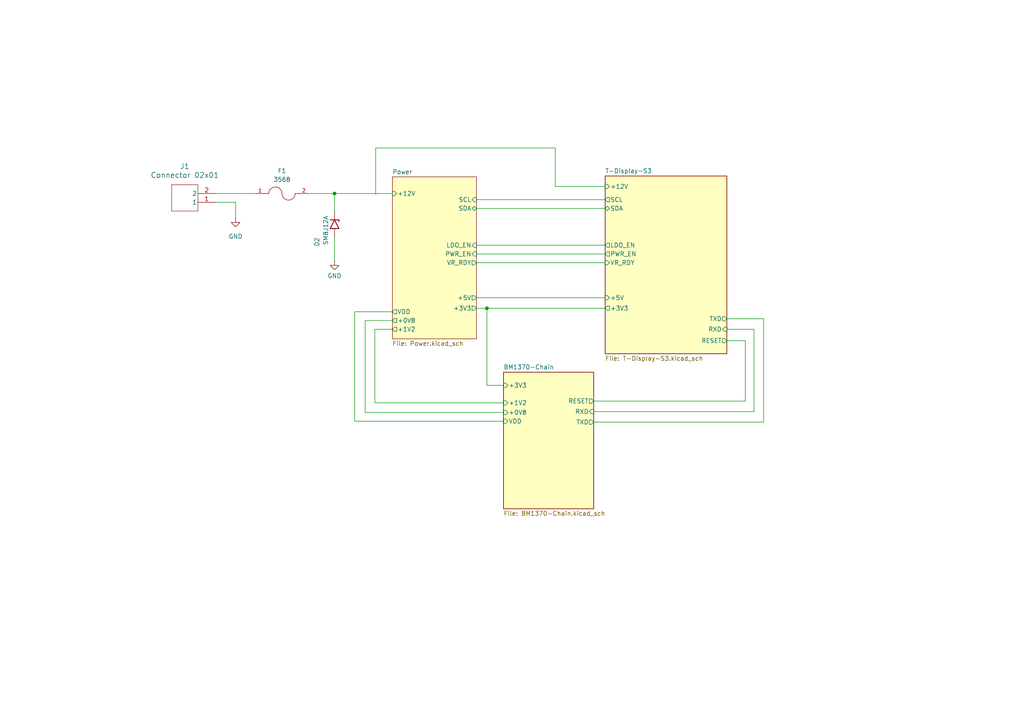
<source format=kicad_sch>
(kicad_sch (version 20231120) (generator "eeschema") (generator_version "8.0")
  (paper "A4")
  (lib_symbols
    (symbol "CONN02:OSTYK51102030" (pin_names (offset 0.254))
      (property "Reference" "J1" (at 8.89 -10.414 0))
      (property "Value" "OSTYK51102030" (at 8.89 -7.874 0))
      (symbol "OSTYK51102030_0_1"
        (polyline (pts (xy 5.08 -5.08) (xy 12.7 -5.08)) (stroke (width 0.127)))
        (polyline (pts (xy 5.08 2.54) (xy 5.08 -5.08)) (stroke (width 0.127)))
        (polyline (pts (xy 12.7 -5.08) (xy 12.7 2.54)) (stroke (width 0.127)))
        (polyline (pts (xy 12.7 2.54) (xy 5.08 2.54)) (stroke (width 0.127)))
        (pin unspecified line (at 0 0 0) (length 5.08) (name "1") (number "1"))
        (pin unspecified line (at 0 -2.54 0) (length 5.08) (name "2") (number "2"))
      )
    )
    (symbol "Diode:5KPxxA" (pin_numbers hide) (pin_names (offset 1.016) hide)
      (property "Reference" "D" (at 0 2.54 0))
      (property "Value" "5KPxxA" (at 0 -2.54 0))
      (symbol "5KPxxA_0_1"
        (polyline (pts (xy -0.762 1.27) (xy -1.27 1.27) (xy -1.27 -1.27)) (stroke (width 0.254)))
        (polyline (pts (xy 1.27 1.27) (xy 1.27 -1.27) (xy -1.27 0) (xy 1.27 1.27)) (stroke (width 0.254)))
      )
      (symbol "5KPxxA_1_1"
        (pin passive line (at -3.81 0 0) (length 2.54) (name "A1") (number "1"))
        (pin passive line (at 3.81 0 180) (length 2.54) (name "A2") (number "2"))
      )
    )
    (symbol "Fuseholder Blade 3568:3568" (pin_names (offset 1.016))
      (property "Reference" "F" (at -2.54 5.08 0))
      (property "Value" "3568" (at -2.54 -5.08 0))
      (symbol "3568_0_0"
        (arc (start 0 0) (mid -1.905 1.8967) (end -3.81 0) (stroke (width 0.1524)))
        (polyline (pts (xy -5.08 0) (xy -3.81 0)) (stroke (width 0.1524)))
        (polyline (pts (xy 5.08 0) (xy 3.81 0)) (stroke (width 0.1524)))
        (arc (start 0 0) (mid 1.905 -1.8967) (end 3.81 0) (stroke (width 0.1524)))
        (pin passive line (at -7.62 0 0) (length 2.54) (name "~") (number "1"))
        (pin passive line (at 7.62 0 180) (length 2.54) (name "~") (number "2"))
      )
    )
    (symbol "power:GND" (power) (pin_numbers hide) (pin_names (offset 0) hide)
      (property "Value" "GND" (at 0 -3.81 0))
      (symbol "GND_0_1"
        (polyline (pts (xy 0 0) (xy 0 -1.27) (xy 1.27 -1.27) (xy 0 -2.54) (xy -1.27 -1.27) (xy 0 -1.27)))
      )
      (symbol "GND_1_1"
        (pin power_in line (at 0 0 270) (length 0) (name "~") (number "1"))
      )
    )
  )
  (junction (at 141.224 89.408))
  (junction (at 97.028 56.134))
  (wire (pts (xy 138.176 76.2) (xy 175.514 76.2)))
  (wire (pts (xy 62.484 58.674) (xy 68.326 58.674)))
  (wire (pts (xy 108.712 95.504) (xy 113.792 95.504)))
  (wire (pts (xy 102.87 90.424) (xy 113.792 90.424)))
  (wire (pts (xy 105.918 119.634) (xy 146.05 119.634)))
  (wire (pts (xy 216.154 98.806) (xy 216.154 116.332)))
  (wire (pts (xy 216.154 116.332) (xy 172.212 116.332)))
  (wire (pts (xy 105.918 92.964) (xy 105.918 119.634)))
  (wire (pts (xy 102.87 122.174) (xy 102.87 90.424)))
  (wire (pts (xy 221.488 122.428) (xy 172.212 122.428)))
  (wire (pts (xy 108.966 56.388) (xy 108.966 42.926)))
  (wire (pts (xy 141.224 89.408) (xy 175.514 89.408)))
  (wire (pts (xy 161.036 42.926) (xy 161.036 54.102)))
  (wire (pts (xy 172.212 119.38) (xy 218.694 119.38)))
  (wire (pts (xy 146.05 122.174) (xy 102.87 122.174)))
  (wire (pts (xy 138.176 73.66) (xy 175.514 73.66)))
  (wire (pts (xy 146.05 111.76) (xy 141.224 111.76)))
  (wire (pts (xy 68.326 58.674) (xy 68.326 63.246)))
  (wire (pts (xy 138.176 89.408) (xy 141.224 89.408)))
  (wire (pts (xy 138.176 60.452) (xy 175.514 60.452)))
  (wire (pts (xy 113.792 92.964) (xy 105.918 92.964)))
  (wire (pts (xy 218.694 95.504) (xy 210.82 95.504)))
  (wire (pts (xy 89.408 56.134) (xy 97.028 56.134)))
  (wire (pts (xy 218.694 95.504) (xy 218.694 119.38)))
  (wire (pts (xy 210.82 98.806) (xy 216.154 98.806)))
  (wire (pts (xy 97.028 56.134) (xy 113.792 56.134)))
  (wire (pts (xy 138.176 57.912) (xy 175.514 57.912)))
  (wire (pts (xy 97.028 68.834) (xy 97.028 75.692)))
  (wire (pts (xy 138.176 71.12) (xy 175.514 71.12)))
  (wire (pts (xy 210.82 92.456) (xy 221.488 92.456)))
  (wire (pts (xy 108.966 42.926) (xy 161.036 42.926)))
  (wire (pts (xy 141.224 111.76) (xy 141.224 89.408)))
  (wire (pts (xy 97.028 56.134) (xy 97.028 61.214)))
  (wire (pts (xy 62.484 56.134) (xy 74.168 56.134)))
  (wire (pts (xy 138.176 86.36) (xy 175.514 86.36)))
  (wire (pts (xy 108.712 116.84) (xy 108.712 95.504)))
  (wire (pts (xy 146.05 116.84) (xy 108.712 116.84)))
  (wire (pts (xy 161.036 54.102) (xy 175.514 54.102)))
  (wire (pts (xy 221.488 92.456) (xy 221.488 122.428)))
  (symbol (lib_id "power:GND") (at 68.326 63.246 0) (unit 1)
    (property "Reference" "#PWR01" (effects (hide yes)))
    (property "Value" "GND" (at 68.326 68.58 0))
    (property "Description" "Power symbol creates a global label with name \"GND\" , ground" (effects (hide yes)))
  )
  (symbol (lib_id "Diode:5KPxxA") (at 97.028 65.024 270) (unit 1)
    (property "Reference" "D2" (at 91.948 68.834 0) (effects (justify left)))
    (property "Value" "SMBJ12A" (at 94.488 62.484 0) (effects (justify left)))
    (property "Footprint" "Diode_SMD:D_SMB" (effects (hide yes)))
    (property "Description" "TVS DIODE 12VWM 19.9VC DO214AA" (effects (hide yes)))
    (property "Distributor" "D" (effects (hide yes)))
    (property "Manufacturer" "SMBJ12A" (effects (hide yes)))
    (property "OrderNr" "SMBJ12ALFCT-ND" (effects (hide yes)))
    (property "Brand" "Littelfuse Inc." (effects (hide yes)))
    (property "Size" "D_SMB" (effects (hide yes)))
  )
  (symbol (lib_id "power:GND") (at 97.028 75.692 0) (unit 1)
    (property "Reference" "#PWR0138" (effects (hide yes)))
    (property "Value" "GND" (at 97.028 80.01 0))
    (property "Description" "Power symbol creates a global label with name \"GND\" , ground" (effects (hide yes)))
  )
  (symbol (lib_id "CONN02:OSTYK51102030") (at 62.484 58.674 180) (unit 1)
    (property "Reference" "J1" (at 53.594 48.26 0) (effects (font (size 1.524 1.524))))
    (property "Value" "Connector 02x01" (at 53.594 50.8 0) (effects (font (size 1.524 1.524))))
    (property "Footprint" "CONN2_1102030_OST" (effects (hide yes)))
    (property "Datasheet" "https://www.on-shore.com/wp-content/uploads/OSTYK511XX030.pdf" (effects (hide yes)))
    (property "Distributor" "D" (effects (hide yes)))
  )
  (symbol (lib_id "Fuseholder Blade 3568:3568") (at 81.788 56.134 0) (unit 1)
    (property "Reference" "F1" (at 81.788 49.53 0))
    (property "Value" "3568" (at 81.788 52.07 0))
    (property "Footprint" "3568:FUSE_3568" (effects (hide yes)))
    (property "Manufacturer" "SMBJ12A" (effects (hide yes)))
    (property "Distributor" "D" (effects (hide yes)))
    (property "OrderNr" "SMBJ12ALFCT-ND" (effects (hide yes)))
  )
  (sheet (at 175.514 51.054) (size 35.306 51.562) (stroke (width 0.2032) (color 132 0 0 1)) (fill (color 255 255 194 1.0000))
    (property "Sheetname" "T-Display-S3" (at 175.514 50.317 0) (effects (justify left bottom)))
    (property "Sheetfile" "T-Display-S3.kicad_sch" (at 175.514 103.226 0) (effects (justify left top)))
    (pin "RESET" output (at 210.82 98.806 0))
    (pin "PWR_EN" output (at 175.514 73.66 180))
    (pin "+3V3" output (at 175.514 89.408 180))
    (pin "+5V" input (at 175.514 86.36 180))
    (pin "+12V" input (at 175.514 54.102 180))
    (pin "TXD" output (at 210.82 92.456 0))
    (pin "RXD" input (at 210.82 95.504 0))
    (pin "SDA" bidirectional (at 175.514 60.452 180))
    (pin "SCL" output (at 175.514 57.912 180))
    (pin "LDO_EN" output (at 175.514 71.12 180))
    (pin "VR_RDY" input (at 175.514 76.2 180))
  )
  (sheet (at 113.792 51.308) (size 24.384 46.99) (stroke (width 0.1524) (color 132 0 0 1)) (fill (color 255 255 194 1.0000))
    (property "Sheetname" "Power" (at 113.792 50.5964 0) (effects (justify left bottom)))
    (property "Sheetfile" "Power.kicad_sch" (at 113.792 98.8826 0) (effects (justify left top)))
    (pin "PWR_EN" input (at 138.176 73.66 0))
    (pin "VR_RDY" output (at 138.176 76.2 0))
    (pin "SDA" bidirectional (at 138.176 60.452 0))
    (pin "SCL" input (at 138.176 57.912 0))
    (pin "+12V" input (at 113.792 56.134 180))
    (pin "VDD" output (at 113.792 90.424 180))
    (pin "+3V3" output (at 138.176 89.408 0))
    (pin "+5V" output (at 138.176 86.36 0))
    (pin "+1V2" output (at 113.792 95.504 180))
    (pin "+0V8" output (at 113.792 92.964 180))
    (pin "LDO_EN" input (at 138.176 71.12 0))
  )
  (sheet (at 146.05 107.95) (size 26.162 39.624) (stroke (width 0.2032) (color 132 0 0 1)) (fill (color 255 255 194 1.0000))
    (property "Sheetname" "BM1370-Chain" (at 146.05 107.213 0) (effects (justify left bottom)))
    (property "Sheetfile" "BM1370-Chain.kicad_sch" (at 146.05 148.184 0) (effects (justify left top)))
    (pin "+0V8" input (at 146.05 119.634 180))
    (pin "+1V2" input (at 146.05 116.84 180))
    (pin "RESET" output (at 172.212 116.332 0))
    (pin "+3V3" input (at 146.05 111.76 180))
    (pin "VDD" input (at 146.05 122.174 180))
    (pin "TXD" output (at 172.212 122.428 0))
    (pin "RXD" input (at 172.212 119.38 0))
  )
)
</source>
